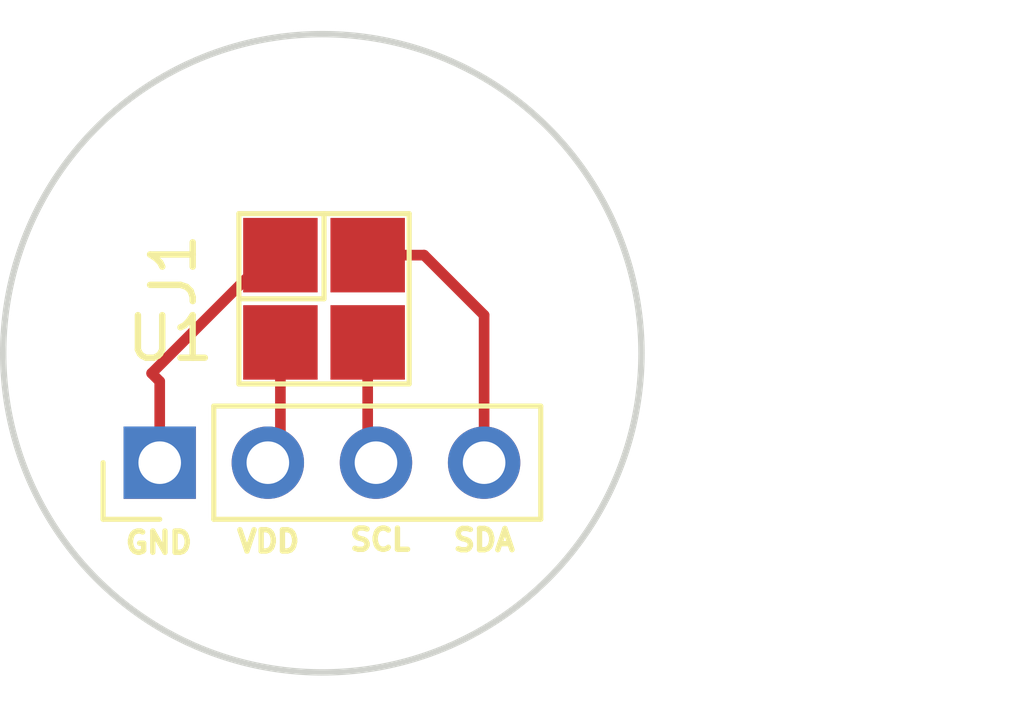
<source format=kicad_pcb>
(kicad_pcb (version 20211014) (generator pcbnew)
  (layers (0 "F.Cu" signal) (31 "B.Cu" signal) (34 "B.Paste" user) (35 "F.Paste" user) (36 "B.SilkS" user "B.Silkscreen") (37 "F.SilkS" user "F.Silkscreen") (38 "B.Mask" user) (39 "F.Mask" user) (44 "Edge.Cuts" user))
  (net 0 "")
  (net 1 "Net-(J1-Pad1)")
  (net 2 "Net-(J1-Pad2)")
  (net 3 "Net-(J1-Pad3)")
  (net 4 "Net-(J1-Pad4)")
  (footprint "Connector_PinHeader_2.54mm:PinHeader_1x04_P2.54mm_Vertical" (layer "F.Cu") (at 148.14 105.85 90)
    (fp_text reference "J1" (at 4.51 0.32 90) (layer "F.SilkS"))
    (fp_text value "Conn_01x04_Female")
    (fp_line (start -1.33 -1.33) (end 0 -1.33) (layer "F.SilkS") (width 0.12))
    (fp_line (start -1.33 1.27) (end -1.33 8.95) (layer "F.SilkS") (width 0.12))
    (fp_line (start 1.33 1.27) (end 1.33 8.95) (layer "F.SilkS") (width 0.12))
    (fp_line (start -1.33 1.27) (end 1.33 1.27) (layer "F.SilkS") (width 0.12))
    (fp_line (start -1.33 0) (end -1.33 -1.33) (layer "F.SilkS") (width 0.12))
    (fp_line (start -1.33 8.95) (end 1.33 8.95) (layer "F.SilkS") (width 0.12))
    (pad "1" thru_hole rect locked (at 0 0 90) (size 1.7 1.7) (drill 1) (layers *.Cu *.Mask) (net 1 "Net-(J1-Pad1)"))
    (pad "2" thru_hole oval locked (at 0 2.54 90) (size 1.7 1.7) (drill 1) (layers *.Cu *.Mask) (net 2 "Net-(J1-Pad2)"))
    (pad "3" thru_hole oval locked (at 0 5.08 90) (size 1.7 1.7) (drill 1) (layers *.Cu *.Mask) (net 3 "Net-(J1-Pad3)"))
    (pad "4" thru_hole oval locked (at 0 7.62 90) (size 1.7 1.7) (drill 1) (layers *.Cu *.Mask) (net 4 "Net-(J1-Pad4)"))
  )
  (footprint "udswb:ms5840-02BA" (layer "F.Cu") (at 150 100)
    (fp_text reference "U1" (at -1.61 2.93) (layer "F.SilkS"))
    (fp_text value "MS5840-02BA")
    (fp_text user "SCL" (at 3.32 7.66) (layer "F.SilkS") (effects (font (size 0.5 0.5) (thickness 0.125))))
    (fp_text user "SDA" (at 5.76 7.67) (layer "F.SilkS") (effects (font (size 0.5 0.5) (thickness 0.125))))
    (fp_text user "GND" (at -1.88 7.73) (layer "F.SilkS") (effects (font (size 0.5 0.5) (thickness 0.125))))
    (fp_text user "VDD" (at 0.69 7.7) (layer "F.SilkS") (effects (font (size 0.5 0.5) (thickness 0.125))))
    (fp_line (start 0 4) (end 0 0) (layer "F.SilkS") (width 0.12))
    (fp_line (start 4 0) (end 4 4) (layer "F.SilkS") (width 0.12))
    (fp_line (start 0 0) (end 4 0) (layer "F.SilkS") (width 0.12))
    (fp_line (start 2 2) (end 0 2) (layer "F.SilkS") (width 0.12))
    (fp_line (start 4 4) (end 0 4) (layer "F.SilkS") (width 0.12))
    (fp_line (start 2 0) (end 2 2) (layer "F.SilkS") (width 0.12))
    (pad "1" smd custom locked (at 0.975 0.975) (size 1.75 1.75) (layers "F.Cu" "F.Paste" "F.Mask") (net 1 "Net-(J1-Pad1)") (options (clearance outline) (anchor rect)) (primitives))
    (pad "2" smd custom locked (at 0.975 3.025) (size 1.75 1.75) (layers "F.Cu" "F.Paste" "F.Mask") (net 2 "Net-(J1-Pad2)") (options (clearance outline) (anchor rect)) (primitives))
    (pad "3" smd custom locked (at 3.025 3.025) (size 1.75 1.75) (layers "F.Cu" "F.Paste" "F.Mask") (net 3 "Net-(J1-Pad3)") (options (clearance outline) (anchor rect)) (primitives))
    (pad "4" smd custom locked (at 3.025 0.975) (size 1.75 1.75) (layers "F.Cu" "F.Paste" "F.Mask") (net 4 "Net-(J1-Pad4)") (options (clearance outline) (anchor rect)) (primitives))
  )
  (gr_circle (center 151.96 103.28) (end 159.456666 103.28) (layer "Edge.Cuts") (width 0.15) (fill none))
  (segment (start 150.725 100.975) (end 147.95 103.75) (width 0.25) (layer "F.Cu") (net 1))
  (segment (start 147.95 103.75) (end 148.14 103.94) (width 0.25) (layer "F.Cu") (net 1))
  (segment (start 148.14 103.94) (end 148.14 105.85) (width 0.25) (layer "F.Cu") (net 1))
  (segment (start 150.975 100.975) (end 150.725 100.975) (width 0.25) (layer "F.Cu") (net 1))
  (segment (start 150.975 105.555) (end 150.68 105.85) (width 0.25) (layer "F.Cu") (net 2))
  (segment (start 150.975 103.025) (end 150.975 105.555) (width 0.25) (layer "F.Cu") (net 2))
  (segment (start 153.025 105.655) (end 153.22 105.85) (width 0.25) (layer "F.Cu") (net 3))
  (segment (start 153.025 103.025) (end 153.025 105.655) (width 0.25) (layer "F.Cu") (net 3))
  (segment (start 154.35 100.975) (end 155.76 102.385) (width 0.25) (layer "F.Cu") (net 4))
  (segment (start 155.76 102.385) (end 155.76 105.85) (width 0.25) (layer "F.Cu") (net 4))
  (segment (start 153.025 100.975) (end 154.35 100.975) (width 0.25) (layer "F.Cu") (net 4))
)
</source>
